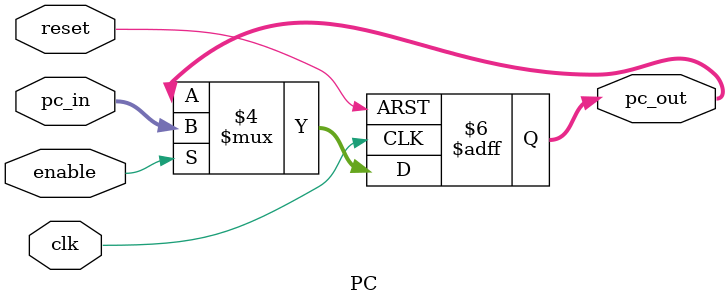
<source format=v>
`timescale 1ns / 1ps


module PC 
(
    input wire clk,          // Clock signal
    input wire reset,        // Reset signal
    input wire enable,       // PC update enable signal
    input wire [31:0] pc_in, // 32-bit address input
    output reg [31:0] pc_out // 32-bit address output
);

    // Execute on rising edge of clock or when reset signal is active
    always @(posedge clk or posedge reset) begin
        if (reset) begin
            // Set pc_out to 0 on reset
            pc_out <= 32'b0;
        end
        else if (!enable) begin
            // Do not update pc_out when not enabled
            pc_out <= pc_out;
        end else begin
            // Otherwise, set pc_out to the value of pc_in
            pc_out <= pc_in;
        end
    end

endmodule

</source>
